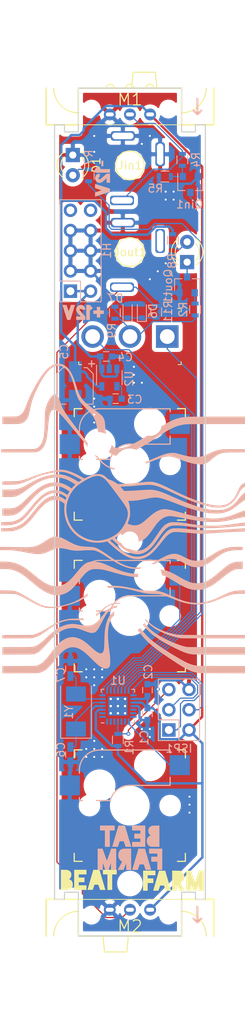
<source format=kicad_pcb>
(kicad_pcb (version 20171130) (host pcbnew "(5.1.5-0-10_14)")
  (layers (0 F.Cu signal) (31 B.Cu signal) (36 B.SilkS user) (37 F.SilkS user) (38 B.Mask user) (39 F.Mask user) (44 Edge.Cuts user))
  (net 0 "")
  (net 1 /OUT_GATE)
  (net 2 /OUT_TRIGGER)
  (net 3 /IN_SIGNAL)
  (net 4 /BTN_CLR)
  (net 5 GND)
  (net 6 "Net-(D1-Pad2)")
  (net 7 "Net-(D6-Pad1)")
  (net 8 +5V)
  (net 9 /RAW_SIGNAL)
  (net 10 /IN_LED)
  (net 11 /BTN_IN)
  (net 12 "Net-(C3-Pad1)")
  (net 13 +12V)
  (net 14 /BTN_REC)
  (net 15 "Net-(Dout1-Pad2)")
  (net 16 "Net-(Dout1-Pad1)")
  (net 17 /ISP_RST)
  (net 18 /ISP_MOSI)
  (net 19 /ISP_SCK)
  (net 20 /ISP_MISO)
  (net 21 /OUTPUT)
  (net 22 "Net-(Qin1-Pad1)")
  (net 23 "Net-(Qout1-Pad1)")
  (net 24 /RAW_OUTPUT)
  (net 25 "Net-(U1-Pad27)")
  (net 26 "Net-(U1-Pad26)")
  (net 27 "Net-(U1-Pad24)")
  (net 28 "Net-(U1-Pad23)")
  (net 29 "Net-(U1-Pad21)")
  (net 30 "Net-(U1-Pad20)")
  (net 31 "Net-(U1-Pad19)")
  (net 32 "Net-(C6-Pad2)")
  (net 33 "Net-(C7-Pad2)")
  (net 34 "Net-(H1-Pad9)")
  (net 35 "Net-(H1-Pad10)")
  (net 36 "Net-(U1-Pad2)")
  (net 37 "Net-(U1-Pad1)")
  (net 38 "Net-(U1-Pad28)")
  (module chillpizza:schurter_3.5mm_mono_audio (layer F.Cu) (at 109.5 70.6 180)
    (fp_text reference Jout1 (at 0 0) (layer F.SilkS))
    (fp_text value Thonk hide)
    (pad T thru_hole roundrect (at 1 -4.4 180) (size 3 1.2) (drill oval 2.7 0.8) (layers *.Cu *.Mask))
    (pad TN thru_hole roundrect (at -3.8 1.4 270) (size 3 1.2) (drill oval 2.7 0.8) (layers *.Cu *.Mask))
    (pad S thru_hole roundrect (at 0.9 3.7 180) (size 3 1.2) (drill oval 2.7 0.8) (layers *.Cu *.Mask))
    (pad 3 thru_hole roundrect (at 1 -4.4 180) (size 3 1.2) (drill oval 2.7 0.8) (layers *.Cu *.Mask))
    (pad 2 thru_hole roundrect (at -3.8 1.4 270) (size 3 1.2) (drill oval 2.7 0.8) (layers *.Cu *.Mask))
    (pad 1 thru_hole roundrect (at 0.9 3.7 180) (size 3 1.2) (drill oval 2.7 0.8) (layers *.Cu *.Mask))
  )
  (module chillpizza:schurter_3.5mm_mono_audio (layer F.Cu) (at 109.5 59.7 180)
    (fp_text reference Jin1 (at 0 0) (layer F.SilkS))
    (fp_text value Thonk hide)
    (pad T thru_hole roundrect (at 1 -4.4 180) (size 3 1.2) (drill oval 2.7 0.8) (layers *.Cu *.Mask))
    (pad TN thru_hole roundrect (at -3.8 1.4 270) (size 3 1.2) (drill oval 2.7 0.8) (layers *.Cu *.Mask))
    (pad S thru_hole roundrect (at 0.9 3.7 180) (size 3 1.2) (drill oval 2.7 0.8) (layers *.Cu *.Mask))
    (pad 3 thru_hole roundrect (at 1 -4.4 180) (size 3 1.2) (drill oval 2.7 0.8) (layers *.Cu *.Mask))
    (pad 2 thru_hole roundrect (at -3.8 1.4 270) (size 3 1.2) (drill oval 2.7 0.8) (layers *.Cu *.Mask))
    (pad 1 thru_hole roundrect (at 0.9 3.7 180) (size 3 1.2) (drill oval 2.7 0.8) (layers *.Cu *.Mask))
  )
  (module "chillpizza:beat farm vertical whole" (layer B.Cu) (at 109.5 145.4 180)
    (fp_text reference G*** hide)
    (fp_text value LOGO hide)
  )
  (module "chillpizza:beat farm m2 split horizontal" (layer F.Cu) (at 109.8 149.5)
    (fp_text reference G*** hide)
    (fp_text value LOGO hide)
  )
  (module "chillpizza:10-pin euro power label" (layer B.Cu) (at 104 69.1 180)
    (fp_text reference G*** hide)
    (fp_text value LOGO hide)
  )
  (module chillpizza:Kailh_socket_MX (layer F.Cu) (at 109.48 116.3075)
    (fp_text reference brec1 hide)
    (fp_text value SW_SPST)
    (pad 2 smd rect (at -7.56 -2.54) (size 2.55 2.5) (layers B.Cu B.Paste B.Mask) (net 5 GND))
    (pad "" np_thru_hole circle (at -5.08 0) (size 1.7018 1.7018) (drill 1.7018) (layers *.Cu *.Mask))
    (pad "" np_thru_hole circle (at 5.08 0) (size 1.7018 1.7018) (drill 1.7018) (layers *.Cu *.Mask))
    (pad "" np_thru_hole circle (at 0 0) (size 3.9878 3.9878) (drill 3.9878) (layers *.Cu *.Mask))
    (pad "" np_thru_hole circle (at -3.81 -2.54) (size 3 3) (drill 3) (layers *.Cu *.Mask))
    (pad "" np_thru_hole circle (at 2.54 -5.08) (size 3 3) (drill 3) (layers *.Cu *.Mask))
    (pad 1 smd rect (at 6.29 -5.08) (size 2.55 2.5) (layers B.Cu B.Paste B.Mask) (net 14 /BTN_REC))
  )
  (module chillpizza:Kailh_socket_MX_1.5v (layer F.Cu) (at 109.48 140.12)
    (fp_text reference bin1 hide)
    (fp_text value SW_SPST)
    (pad 2 smd rect (at -7.56 -2.54) (size 2.55 2.5) (layers B.Cu B.Paste B.Mask) (net 5 GND))
    (pad "" np_thru_hole circle (at -5.08 0) (size 1.7018 1.7018) (drill 1.7018) (layers *.Cu *.Mask))
    (pad "" np_thru_hole circle (at 5.08 0) (size 1.7018 1.7018) (drill 1.7018) (layers *.Cu *.Mask))
    (pad "" np_thru_hole circle (at 0 0) (size 3.9878 3.9878) (drill 3.9878) (layers *.Cu *.Mask))
    (pad "" np_thru_hole circle (at -3.81 -2.54) (size 3 3) (drill 3) (layers *.Cu *.Mask))
    (pad "" np_thru_hole circle (at 2.54 -5.08) (size 3 3) (drill 3) (layers *.Cu *.Mask))
    (pad 1 smd rect (at 6.29 -5.08) (size 2.55 2.5) (layers B.Cu B.Paste B.Mask) (net 11 /BTN_IN))
  )
  (module chillpizza:Kailh_socket_MX (layer F.Cu) (at 109.48 97.2575)
    (fp_text reference bclr1 hide)
    (fp_text value SW_SPST)
    (pad 2 smd rect (at -7.56 -2.54) (size 2.55 2.5) (layers B.Cu B.Paste B.Mask) (net 5 GND))
    (pad "" np_thru_hole circle (at -5.08 0) (size 1.7018 1.7018) (drill 1.7018) (layers *.Cu *.Mask))
    (pad "" np_thru_hole circle (at 5.08 0) (size 1.7018 1.7018) (drill 1.7018) (layers *.Cu *.Mask))
    (pad "" np_thru_hole circle (at 0 0) (size 3.9878 3.9878) (drill 3.9878) (layers *.Cu *.Mask))
    (pad "" np_thru_hole circle (at -3.81 -2.54) (size 3 3) (drill 3) (layers *.Cu *.Mask))
    (pad "" np_thru_hole circle (at 2.54 -5.08) (size 3 3) (drill 3) (layers *.Cu *.Mask))
    (pad 1 smd rect (at 6.29 -5.08) (size 2.55 2.5) (layers B.Cu B.Paste B.Mask) (net 4 /BTN_CLR))
  )
  (module chillpizza:beat_love_sticker (layer B.Cu) (at 108.565 104.046 180)
    (fp_text reference G*** hide)
    (fp_text value LOGO hide)
  )
  (module chillpizza:beat_love_waves (layer B.Cu) (at 108.565 104.046 180)
    (fp_text reference G*** hide)
    (fp_text value LOGO hide)
  )
  (module MountingHole:MountingHole_2.2mm_M2 (layer F.Cu) (at 109.48 106.78)
    (fp_text reference REF** hide)
    (fp_text value MountingHole_2.2mm_M2)
    (pad 1 np_thru_hole circle (at 0 0) (size 2.2 2.2) (drill 2.2) (layers *.Cu *.Mask))
  )
  (module MountingHole:MountingHole_2.2mm_M2 (layer F.Cu) (at 109.5 149.91)
    (fp_text reference REF** hide)
    (fp_text value MountingHole_2.2mm_M2)
    (pad 1 np_thru_hole circle (at 0 0) (size 2.2 2.2) (drill 2.2) (layers *.Cu *.Mask))
  )
  (module Capacitors_SMD:C_0603 (layer B.Cu) (at 111.7 128.62 90)
    (fp_text reference C1 (at -2.98 -0.4 270) (layer B.SilkS) (effects (justify mirror)))
    (fp_text value 10μF)
    (pad 2 smd rect (at 0.75 0 90) (size 0.8 0.75) (layers B.Cu B.Paste B.Mask) (net 8 +5V))
    (pad 1 smd rect (at -0.75 0 90) (size 0.8 0.75) (layers B.Cu B.Paste B.Mask) (net 5 GND))
  )
  (module Capacitors_SMD:C_0603 (layer B.Cu) (at 111.7 125.62 270)
    (fp_text reference C2 (at -2.3 -0.1 270) (layer B.SilkS) (effects (justify mirror)))
    (fp_text value 0.1μF)
    (pad 1 smd rect (at -0.75 0 270) (size 0.8 0.75) (layers B.Cu B.Paste B.Mask) (net 5 GND))
    (pad 2 smd rect (at 0.75 0 270) (size 0.8 0.75) (layers B.Cu B.Paste B.Mask) (net 8 +5V))
  )
  (module Capacitors_SMD:C_0603 (layer B.Cu) (at 107.7 89 180)
    (fp_text reference C3 (at -2.4 -0.1) (layer B.SilkS) (effects (justify mirror)))
    (fp_text value 470pF)
    (pad 1 smd rect (at -0.75 0 180) (size 0.8 0.75) (layers B.Cu B.Paste B.Mask) (net 12 "Net-(C3-Pad1)"))
    (pad 2 smd rect (at 0.75 0 180) (size 0.8 0.75) (layers B.Cu B.Paste B.Mask) (net 5 GND))
  )
  (module Capacitors_SMD:C_0603 (layer B.Cu) (at 106.5 83.7)
    (fp_text reference C4 (at 2.4 0.1) (layer B.SilkS) (effects (justify mirror)))
    (fp_text value 1μF)
    (pad 2 smd rect (at 0.75 0) (size 0.8 0.75) (layers B.Cu B.Paste B.Mask) (net 5 GND))
    (pad 1 smd rect (at -0.75 0) (size 0.8 0.75) (layers B.Cu B.Paste B.Mask) (net 13 +12V))
  )
  (module Capacitors_SMD:CP_Elec_4x4.5 (layer B.Cu) (at 102.6 87.4 270)
    (fp_text reference C5 (at -4.3 1.4 90) (layer B.SilkS) (effects (justify mirror)))
    (fp_text value 2.2μF)
    (fp_text user + (at -2.78 -1.99 90) (layer B.SilkS) (effects (justify mirror)))
    (pad 2 smd rect (at 1.8 0 90) (size 2.6 1.6) (layers B.Cu B.Paste B.Mask) (net 5 GND))
    (pad 1 smd rect (at -1.8 0 90) (size 2.6 1.6) (layers B.Cu B.Paste B.Mask) (net 8 +5V))
  )
  (module Capacitors_SMD:C_0603_HandSoldering (layer B.Cu) (at 102 133.7 90)
    (fp_text reference C6 (at 0.6 -1.2 90) (layer B.SilkS) (effects (justify mirror)))
    (fp_text value 30pF)
    (pad 2 smd rect (at 0.95 0 90) (size 1.2 0.75) (layers B.Cu B.Paste B.Mask) (net 32 "Net-(C6-Pad2)"))
    (pad 1 smd rect (at -0.95 0 90) (size 1.2 0.75) (layers B.Cu B.Paste B.Mask) (net 5 GND))
  )
  (module Capacitors_SMD:C_0603_HandSoldering (layer B.Cu) (at 102 122.9 270)
    (fp_text reference C7 (at 0.8 1.2 270) (layer B.SilkS) (effects (justify mirror)))
    (fp_text value 30pF)
    (pad 1 smd rect (at -0.95 0 270) (size 1.2 0.75) (layers B.Cu B.Paste B.Mask) (net 5 GND))
    (pad 2 smd rect (at 0.95 0 270) (size 1.2 0.75) (layers B.Cu B.Paste B.Mask) (net 33 "Net-(C7-Pad2)"))
  )
  (module LEDs:LED_D3.0mm_FlatTop (layer F.Cu) (at 102.3 58.4 270)
    (fp_text reference D1 (at 1.27 -2.96 90) (layer F.SilkS))
    (fp_text value LED)
    (pad 1 thru_hole rect (at 0 0 270) (size 1.8 1.8) (drill 0.9) (layers *.Cu *.Mask) (net 5 GND))
    (pad 2 thru_hole circle (at 2.54 0 270) (size 1.8 1.8) (drill 0.9) (layers *.Cu *.Mask) (net 6 "Net-(D1-Pad2)"))
  )
  (module Diodes_SMD:D_0603 (layer B.Cu) (at 109.2 78 90)
    (fp_text reference D7 (at 1.6 -1.5 180) (layer B.SilkS) (effects (justify mirror)))
    (fp_text value D_Schottky)
    (pad 1 smd rect (at -0.85 0 90) (size 0.6 0.8) (layers B.Cu B.Paste B.Mask) (net 7 "Net-(D6-Pad1)"))
    (pad 2 smd rect (at 0.85 0 90) (size 0.6 0.8) (layers B.Cu B.Paste B.Mask) (net 5 GND))
  )
  (module LEDs:LED_D3.0mm_FlatTop (layer F.Cu) (at 116.7 71.85 90)
    (fp_text reference Dout1 hide)
    (fp_text value LED)
    (pad 2 thru_hole circle (at 2.54 0 90) (size 1.8 1.8) (drill 0.9) (layers *.Cu *.Mask) (net 15 "Net-(Dout1-Pad2)"))
    (pad 1 thru_hole rect (at 0 0 90) (size 1.8 1.8) (drill 0.9) (layers *.Cu *.Mask) (net 16 "Net-(Dout1-Pad1)"))
  )
  (module Pin_Headers:Pin_Header_Straight_2x03_Pitch2.54mm (layer B.Cu) (at 114.4 130.62)
    (fp_text reference ISP1 (at 1.27 2.33) (layer B.SilkS) (effects (justify mirror)))
    (fp_text value AVR-ISP-6)
    (pad 6 thru_hole oval (at 2.54 -5.08) (size 1.7 1.7) (drill 1) (layers *.Cu *.Mask) (net 5 GND))
    (pad 5 thru_hole oval (at 0 -5.08) (size 1.7 1.7) (drill 1) (layers *.Cu *.Mask) (net 17 /ISP_RST))
    (pad 4 thru_hole oval (at 2.54 -2.54) (size 1.7 1.7) (drill 1) (layers *.Cu *.Mask) (net 18 /ISP_MOSI))
    (pad 3 thru_hole oval (at 0 -2.54) (size 1.7 1.7) (drill 1) (layers *.Cu *.Mask) (net 19 /ISP_SCK))
    (pad 2 thru_hole oval (at 2.54 0) (size 1.7 1.7) (drill 1) (layers *.Cu *.Mask) (net 8 +5V))
    (pad 1 thru_hole rect (at 0 0) (size 1.7 1.7) (drill 1) (layers *.Cu *.Mask) (net 20 /ISP_MISO))
  )
  (module TO_SOT_Packages_SMD:SOT-23 (layer B.Cu) (at 117.1 62.1 270)
    (fp_text reference Qin1 (at 2.5 0.1 180) (layer B.SilkS) (effects (justify mirror)))
    (fp_text value MMBT3904)
    (pad 1 smd rect (at -1 0.95 270) (size 0.9 0.8) (layers B.Cu B.Paste B.Mask) (net 22 "Net-(Qin1-Pad1)"))
    (pad 2 smd rect (at -1 -0.95 270) (size 0.9 0.8) (layers B.Cu B.Paste B.Mask) (net 5 GND))
    (pad 3 smd rect (at 1 0 270) (size 0.9 0.8) (layers B.Cu B.Paste B.Mask) (net 3 /IN_SIGNAL))
  )
  (module TO_SOT_Packages_SMD:SOT-23 (layer B.Cu) (at 116.7 74.7 90)
    (fp_text reference Qout1 (at -0.2 -2.4 270) (layer B.SilkS) (effects (justify mirror)))
    (fp_text value MMBT3904)
    (pad 3 smd rect (at 1 0 90) (size 0.9 0.8) (layers B.Cu B.Paste B.Mask) (net 16 "Net-(Dout1-Pad1)"))
    (pad 2 smd rect (at -1 -0.95 90) (size 0.9 0.8) (layers B.Cu B.Paste B.Mask) (net 5 GND))
    (pad 1 smd rect (at -1 0.95 90) (size 0.9 0.8) (layers B.Cu B.Paste B.Mask) (net 23 "Net-(Qout1-Pad1)"))
  )
  (module Resistors_SMD:R_0603 (layer B.Cu) (at 107.98 131.87 90)
    (fp_text reference R1 (at -0.95 1.45 270) (layer B.SilkS) (effects (justify mirror)))
    (fp_text value 10kΩ)
    (pad 1 smd rect (at -0.75 0 90) (size 0.5 0.9) (layers B.Cu B.Paste B.Mask) (net 8 +5V))
    (pad 2 smd rect (at 0.75 0 90) (size 0.5 0.9) (layers B.Cu B.Paste B.Mask) (net 17 /ISP_RST))
  )
  (module Resistors_SMD:R_0603 (layer B.Cu) (at 117.7 77.8 90)
    (fp_text reference R2 (at 0 -1.5 90) (layer B.SilkS) (effects (justify mirror)))
    (fp_text value 100k)
    (pad 2 smd rect (at 0.75 0 90) (size 0.5 0.9) (layers B.Cu B.Paste B.Mask) (net 23 "Net-(Qout1-Pad1)"))
    (pad 1 smd rect (at -0.75 0 90) (size 0.5 0.9) (layers B.Cu B.Paste B.Mask) (net 24 /RAW_OUTPUT))
  )
  (module Resistors_SMD:R_0603 (layer B.Cu) (at 116.1 59 90)
    (fp_text reference R4 (at 0 1.7 90) (layer B.SilkS) (effects (justify mirror)))
    (fp_text value 100k)
    (pad 2 smd rect (at 0.75 0 90) (size 0.5 0.9) (layers B.Cu B.Paste B.Mask) (net 9 /RAW_SIGNAL))
    (pad 1 smd rect (at -0.75 0 90) (size 0.5 0.9) (layers B.Cu B.Paste B.Mask) (net 22 "Net-(Qin1-Pad1)"))
  )
  (module Resistors_SMD:R_0603 (layer B.Cu) (at 113.9 61.1)
    (fp_text reference R5 (at -1.2 1.5 180) (layer B.SilkS) (effects (justify mirror)))
    (fp_text value 1M)
    (pad 1 smd rect (at -0.75 0) (size 0.5 0.9) (layers B.Cu B.Paste B.Mask) (net 5 GND))
    (pad 2 smd rect (at 0.75 0) (size 0.5 0.9) (layers B.Cu B.Paste B.Mask) (net 22 "Net-(Qin1-Pad1)"))
  )
  (module Resistors_SMD:R_0603 (layer B.Cu) (at 104.3 60.95 90)
    (fp_text reference R7 (at 2.25 0 90) (layer B.SilkS) (effects (justify mirror)))
    (fp_text value 1k)
    (pad 1 smd rect (at -0.75 0 90) (size 0.5 0.9) (layers B.Cu B.Paste B.Mask) (net 10 /IN_LED))
    (pad 2 smd rect (at 0.75 0 90) (size 0.5 0.9) (layers B.Cu B.Paste B.Mask) (net 6 "Net-(D1-Pad2)"))
  )
  (module Resistors_SMD:R_0603 (layer B.Cu) (at 114.9 69.1 270)
    (fp_text reference R8 (at 2.6 0.1 90) (layer B.SilkS) (effects (justify mirror)))
    (fp_text value 1k)
    (pad 2 smd rect (at 0.75 0 270) (size 0.5 0.9) (layers B.Cu B.Paste B.Mask) (net 15 "Net-(Dout1-Pad2)"))
    (pad 1 smd rect (at -0.75 0 270) (size 0.5 0.9) (layers B.Cu B.Paste B.Mask) (net 8 +5V))
  )
  (module Resistors_SMD:R_0603 (layer B.Cu) (at 107.6 78.2 270)
    (fp_text reference R9 (at 2.25 0.4 90) (layer B.SilkS) (effects (justify mirror)))
    (fp_text value 1k)
    (pad 2 smd rect (at 0.75 0 270) (size 0.5 0.9) (layers B.Cu B.Paste B.Mask) (net 24 /RAW_OUTPUT))
    (pad 1 smd rect (at -0.75 0 270) (size 0.5 0.9) (layers B.Cu B.Paste B.Mask) (net 7 "Net-(D6-Pad1)"))
  )
  (module Resistors_SMD:R_0603 (layer B.Cu) (at 112.8 78.1 270)
    (fp_text reference R11 (at 0 -1.5 270) (layer B.SilkS) (effects (justify mirror)))
    (fp_text value 1k)
    (pad 1 smd rect (at -0.75 0 270) (size 0.5 0.9) (layers B.Cu B.Paste B.Mask) (net 21 /OUTPUT))
    (pad 2 smd rect (at 0.75 0 270) (size 0.5 0.9) (layers B.Cu B.Paste B.Mask) (net 7 "Net-(D6-Pad1)"))
  )
  (module Package_DFN_QFN:VQFN-28-1EP_4x4mm_P0.45mm_EP2.4x2.4mm_ThermalVias (layer B.Cu) (at 107.98 127.62)
    (fp_text reference U1 (at 0 -3.2) (layer B.SilkS) (effects (justify mirror)))
    (fp_text value ATmega328-MMH)
    (pad 1 smd roundrect (at -1.95 1.35) (size 0.8 0.25) (layers B.Cu B.Paste B.Mask) (net 37 "Net-(U1-Pad1)"))
    (pad 2 smd roundrect (at -1.95 0.9) (size 0.8 0.25) (layers B.Cu B.Paste B.Mask) (net 36 "Net-(U1-Pad2)"))
    (pad 3 smd roundrect (at -1.95 0.45) (size 0.8 0.25) (layers B.Cu B.Paste B.Mask) (net 8 +5V))
    (pad 4 smd roundrect (at -1.95 0) (size 0.8 0.25) (layers B.Cu B.Paste B.Mask) (net 5 GND))
    (pad 5 smd roundrect (at -1.95 -0.45) (size 0.8 0.25) (layers B.Cu B.Paste B.Mask) (net 32 "Net-(C6-Pad2)"))
    (pad 6 smd roundrect (at -1.95 -0.9) (size 0.8 0.25) (layers B.Cu B.Paste B.Mask) (net 33 "Net-(C7-Pad2)"))
    (pad 7 smd roundrect (at -1.95 -1.35) (size 0.8 0.25) (layers B.Cu B.Paste B.Mask) (net 14 /BTN_REC))
    (pad 8 smd roundrect (at -1.35 -1.95) (size 0.25 0.8) (layers B.Cu B.Paste B.Mask) (net 4 /BTN_CLR))
    (pad 9 smd roundrect (at -0.9 -1.95) (size 0.25 0.8) (layers B.Cu B.Paste B.Mask) (net 2 /OUT_TRIGGER))
    (pad 10 smd roundrect (at -0.45 -1.95) (size 0.25 0.8) (layers B.Cu B.Paste B.Mask) (net 1 /OUT_GATE))
    (pad 11 smd roundrect (at 0 -1.95) (size 0.25 0.8) (layers B.Cu B.Paste B.Mask) (net 10 /IN_LED))
    (pad 12 smd roundrect (at 0.45 -1.95) (size 0.25 0.8) (layers B.Cu B.Paste B.Mask) (net 3 /IN_SIGNAL))
    (pad 13 smd roundrect (at 0.9 -1.95) (size 0.25 0.8) (layers B.Cu B.Paste B.Mask) (net 18 /ISP_MOSI))
    (pad 14 smd roundrect (at 1.35 -1.95) (size 0.25 0.8) (layers B.Cu B.Paste B.Mask) (net 20 /ISP_MISO))
    (pad 15 smd roundrect (at 1.95 -1.35) (size 0.8 0.25) (layers B.Cu B.Paste B.Mask) (net 19 /ISP_SCK))
    (pad 16 smd roundrect (at 1.95 -0.9) (size 0.8 0.25) (layers B.Cu B.Paste B.Mask) (net 8 +5V))
    (pad 17 smd roundrect (at 1.95 -0.45) (size 0.8 0.25) (layers B.Cu B.Paste B.Mask) (net 8 +5V))
    (pad 18 smd roundrect (at 1.95 0) (size 0.8 0.25) (layers B.Cu B.Paste B.Mask) (net 5 GND))
    (pad 19 smd roundrect (at 1.95 0.45) (size 0.8 0.25) (layers B.Cu B.Paste B.Mask) (net 31 "Net-(U1-Pad19)"))
    (pad 20 smd roundrect (at 1.95 0.9) (size 0.8 0.25) (layers B.Cu B.Paste B.Mask) (net 30 "Net-(U1-Pad20)"))
    (pad 21 smd roundrect (at 1.95 1.35) (size 0.8 0.25) (layers B.Cu B.Paste B.Mask) (net 29 "Net-(U1-Pad21)"))
    (pad 22 smd roundrect (at 1.35 1.95) (size 0.25 0.8) (layers B.Cu B.Paste B.Mask) (net 11 /BTN_IN))
    (pad 23 smd roundrect (at 0.9 1.95) (size 0.25 0.8) (layers B.Cu B.Paste B.Mask) (net 28 "Net-(U1-Pad23)"))
    (pad 24 smd roundrect (at 0.45 1.95) (size 0.25 0.8) (layers B.Cu B.Paste B.Mask) (net 27 "Net-(U1-Pad24)"))
    (pad 25 smd roundrect (at 0 1.95) (size 0.25 0.8) (layers B.Cu B.Paste B.Mask) (net 17 /ISP_RST))
    (pad 26 smd roundrect (at -0.45 1.95) (size 0.25 0.8) (layers B.Cu B.Paste B.Mask) (net 26 "Net-(U1-Pad26)"))
    (pad 27 smd roundrect (at -0.9 1.95) (size 0.25 0.8) (layers B.Cu B.Paste B.Mask) (net 25 "Net-(U1-Pad27)"))
    (pad 28 smd roundrect (at -1.35 1.95) (size 0.25 0.8) (layers B.Cu B.Paste B.Mask) (net 38 "Net-(U1-Pad28)"))
    (pad 29 smd rect (at 0 0) (size 2.4 2.4) (layers B.Cu B.Mask) (net 5 GND))
    (pad 29 thru_hole circle (at -0.9 0.9) (size 0.6 0.6) (drill 0.3) (layers *.Cu) (net 5 GND))
    (pad 29 thru_hole circle (at 0 0.9) (size 0.6 0.6) (drill 0.3) (layers *.Cu) (net 5 GND))
    (pad 29 thru_hole circle (at 0.9 0.9) (size 0.6 0.6) (drill 0.3) (layers *.Cu) (net 5 GND))
    (pad 29 thru_hole circle (at -0.9 0) (size 0.6 0.6) (drill 0.3) (layers *.Cu) (net 5 GND))
    (pad 29 thru_hole circle (at 0 0) (size 0.6 0.6) (drill 0.3) (layers *.Cu) (net 5 GND))
    (pad 29 thru_hole circle (at 0.9 0) (size 0.6 0.6) (drill 0.3) (layers *.Cu) (net 5 GND))
    (pad 29 thru_hole circle (at -0.9 -0.9) (size 0.6 0.6) (drill 0.3) (layers *.Cu) (net 5 GND))
    (pad 29 thru_hole circle (at 0 -0.9) (size 0.6 0.6) (drill 0.3) (layers *.Cu) (net 5 GND))
    (pad 29 thru_hole circle (at 0.9 -0.9) (size 0.6 0.6) (drill 0.3) (layers *.Cu) (net 5 GND))
    (pad 29 smd rect (at 0 0) (size 2.4 2.4) (layers F.Cu) (net 5 GND))
  )
  (module TO_SOT_Packages_SMD:SOT-23-5 (layer B.Cu) (at 106.9 86.35 270)
    (fp_text reference U2 (at 0.15 -2.5 90) (layer B.SilkS) (effects (justify mirror)))
    (fp_text value MIC5219-5.0YM5)
    (pad 5 smd rect (at 1.1 0.95 270) (size 1.06 0.65) (layers B.Cu B.Paste B.Mask) (net 8 +5V))
    (pad 4 smd rect (at 1.1 -0.95 270) (size 1.06 0.65) (layers B.Cu B.Paste B.Mask) (net 12 "Net-(C3-Pad1)"))
    (pad 3 smd rect (at -1.1 -0.95 270) (size 1.06 0.65) (layers B.Cu B.Paste B.Mask) (net 13 +12V))
    (pad 2 smd rect (at -1.1 0 270) (size 1.06 0.65) (layers B.Cu B.Paste B.Mask) (net 5 GND))
    (pad 1 smd rect (at -1.1 0.95 270) (size 1.06 0.65) (layers B.Cu B.Paste B.Mask) (net 13 +12V))
  )
  (module Crystals:Crystal_SMD_0603-2pin_6.0x3.5mm (layer B.Cu) (at 102.7 128.3 90)
    (fp_text reference Y1 (at -0.1 -0.9 90) (layer B.SilkS) (effects (justify mirror)))
    (fp_text value 20MHz)
    (pad 2 smd rect (at 2.2 0 90) (size 1.9 2.5) (layers B.Cu B.Paste B.Mask) (net 33 "Net-(C7-Pad2)"))
    (pad 1 smd rect (at -2.2 0 90) (size 1.9 2.5) (layers B.Cu B.Paste B.Mask) (net 32 "Net-(C6-Pad2)"))
  )
  (module chillpizza:LITTLE_BITS_MALE (layer F.Cu) (at 109.5 50 180)
    (fp_text reference M1 (at 0 -1.4) (layer F.SilkS) (effects (font (size 1.524 1.524))))
    (fp_text value LITTLEBITS_MALE hide)
    (pad SIG thru_hole circle (at 0 -3.3 180) (size 1.5 1.5) (drill oval 1 0.5) (layers *.Cu *.Mask) (net 9 /RAW_SIGNAL))
    (pad V- thru_hole circle (at 2.54 -3.3 180) (size 1.5 1.5) (drill oval 1 0.5) (layers *.Cu *.Mask) (net 5 GND))
    (pad V+ thru_hole circle (at -2.54 -3.3 180) (size 1.5 1.5) (drill oval 1 0.5) (layers *.Cu *.Mask) (net 8 +5V))
    (pad "" np_thru_hole circle (at 4.85 -2.625 180) (size 1.35 1.35) (drill 1.35) (layers *.Cu *.Mask))
    (pad "" np_thru_hole circle (at -4.85 -2.625 180) (size 1.35 1.35) (drill 1.35) (layers *.Cu *.Mask))
  )
  (module chillpizza:LITTLE_BITS_FEMALE (layer F.Cu) (at 109.5 156.5)
    (fp_text reference M2 (at 0 -1.2) (layer F.SilkS) (effects (font (size 1.524 1.524))))
    (fp_text value LITTLEBITS_FEMALE hide)
    (pad SIG thru_hole circle (at 0 -3.3) (size 1.5 1.5) (drill oval 1 0.5) (layers *.Cu *.Mask) (net 21 /OUTPUT))
    (pad V+ thru_hole circle (at 2.54 -3.3) (size 1.5 1.5) (drill oval 1 0.5) (layers *.Cu *.Mask) (net 8 +5V))
    (pad V- thru_hole circle (at -2.54 -3.3) (size 1.5 1.5) (drill oval 1 0.5) (layers *.Cu *.Mask) (net 5 GND))
    (pad "" np_thru_hole circle (at 4.85 -2.625) (size 1.35 1.35) (drill 1.35) (layers *.Cu *.Mask))
    (pad "" np_thru_hole circle (at -4.85 -2.625) (size 1.35 1.35) (drill 1.35) (layers *.Cu *.Mask))
  )
  (module digikey-footprints:Toggle_Switch_100SP1T1B4M2QE (layer F.Cu) (at 114.2 81.2 180)
    (fp_text reference SELout1 hide)
    (fp_text value SW_SPDT)
    (pad 1 thru_hole rect (at 0 0 180) (size 2.85 2.85) (drill 1.85) (layers *.Cu *.Mask) (net 1 /OUT_GATE))
    (pad 2 thru_hole circle (at 4.7 0 180) (size 2.85 2.85) (drill 1.85) (layers *.Cu *.Mask) (net 24 /RAW_OUTPUT))
    (pad 3 thru_hole circle (at 9.4 0 180) (size 2.85 2.85) (drill 1.85) (layers *.Cu *.Mask) (net 2 /OUT_TRIGGER))
  )
  (module Connector_PinHeader_2.54mm:PinHeader_2x05_P2.54mm_Vertical (layer B.Cu) (at 102 75.5)
    (fp_text reference H1 (at 4.6 -5.1 90) (layer B.SilkS) (effects (justify mirror)))
    (fp_text value EURO_PWR_2x5)
    (pad 1 thru_hole rect (at 0 0) (size 1.7 1.7) (drill 1) (layers *.Cu *.Mask) (net 13 +12V))
    (pad 2 thru_hole oval (at 2.54 0) (size 1.7 1.7) (drill 1) (layers *.Cu *.Mask) (net 13 +12V))
    (pad 3 thru_hole oval (at 0 -2.54) (size 1.7 1.7) (drill 1) (layers *.Cu *.Mask) (net 5 GND))
    (pad 4 thru_hole oval (at 2.54 -2.54) (size 1.7 1.7) (drill 1) (layers *.Cu *.Mask) (net 5 GND))
    (pad 5 thru_hole oval (at 0 -5.08) (size 1.7 1.7) (drill 1) (layers *.Cu *.Mask) (net 5 GND))
    (pad 6 thru_hole oval (at 2.54 -5.08) (size 1.7 1.7) (drill 1) (layers *.Cu *.Mask) (net 5 GND))
    (pad 7 thru_hole oval (at 0 -7.62) (size 1.7 1.7) (drill 1) (layers *.Cu *.Mask) (net 5 GND))
    (pad 8 thru_hole oval (at 2.54 -7.62) (size 1.7 1.7) (drill 1) (layers *.Cu *.Mask) (net 5 GND))
    (pad 9 thru_hole oval (at 0 -10.16) (size 1.7 1.7) (drill 1) (layers *.Cu *.Mask) (net 34 "Net-(H1-Pad9)"))
    (pad 10 thru_hole oval (at 2.54 -10.16) (size 1.7 1.7) (drill 1) (layers *.Cu *.Mask) (net 35 "Net-(H1-Pad10)"))
  )
  (module Diodes_SMD:D_0603 (layer B.Cu) (at 111 78 90)
    (fp_text reference D6 (at 0 1.4 90) (layer B.SilkS) (effects (justify mirror)))
    (fp_text value D_Zener)
    (pad 2 smd rect (at 0.85 0 90) (size 0.6 0.8) (layers B.Cu B.Paste B.Mask) (net 5 GND))
    (pad 1 smd rect (at -0.85 0 90) (size 0.6 0.8) (layers B.Cu B.Paste B.Mask) (net 7 "Net-(D6-Pad1)"))
  )
  (gr_poly (pts (xy 110 128.6) (xy 109.7 129.3) (xy 109.2 129.5) (xy 106 129.5) (xy 106 125.6) (xy 110 125.6)) (layer F.Cu) (width 0.1))
  (gr_line (start 117.75 151) (end 117.75 151.9) (layer Edge.Cuts) (width 0.15))
  (gr_line (start 116 151) (end 117.75 151) (layer Edge.Cuts) (width 0.15))
  (gr_line (start 116 151.9) (end 116 151) (layer Edge.Cuts) (width 0.15))
  (gr_line (start 101.25 151) (end 101.25 151.9) (layer Edge.Cuts) (width 0.15))
  (gr_line (start 103 151) (end 101.25 151) (layer Edge.Cuts) (width 0.15))
  (gr_line (start 103 151.9) (end 103 151) (layer Edge.Cuts) (width 0.15))
  (gr_line (start 117.75 55.5) (end 117.75 54.6) (layer Edge.Cuts) (width 0.15))
  (gr_line (start 116 55.5) (end 117.75 55.5) (layer Edge.Cuts) (width 0.15))
  (gr_line (start 116 54.6) (end 116 55.5) (layer Edge.Cuts) (width 0.15))
  (gr_line (start 101.25 55.5) (end 101.25 54.6) (layer Edge.Cuts) (width 0.15))
  (gr_line (start 103 55.5) (end 101.25 55.5) (layer Edge.Cuts) (width 0.15))
  (gr_line (start 103 54.6) (end 103 55.5) (layer Edge.Cuts) (width 0.15))
  (gr_line (start 103 151.9) (end 103 156.5) (layer Edge.Cuts) (width 0.15))
  (gr_line (start 100 151.9) (end 101.25 151.9) (layer Edge.Cuts) (width 0.15))
  (gr_line (start 116 151.9) (end 116 156.5) (layer Edge.Cuts) (width 0.15))
  (gr_line (start 119 151.9) (end 117.75 151.9) (layer Edge.Cuts) (width 0.15))
  (gr_line (start 101.25 54.6) (end 100 54.6) (layer Edge.Cuts) (width 0.15))
  (gr_line (start 103 50) (end 103 54.6) (layer Edge.Cuts) (width 0.15))
  (gr_line (start 116 54.6) (end 116 50) (layer Edge.Cuts) (width 0.15))
  (gr_line (start 119 54.6) (end 117.75 54.6) (layer Edge.Cuts) (width 0.15))
  (gr_line (start 100 151.9) (end 100 54.6) (layer Edge.Cuts) (width 0.15))
  (gr_line (start 116 156.5) (end 103 156.5) (layer Edge.Cuts) (width 0.15))
  (gr_line (start 119 54.6) (end 119 151.9) (layer Edge.Cuts) (width 0.15))
  (gr_line (start 103 50) (end 116 50) (layer Edge.Cuts) (width 0.15))
  (segment (start 117.883219 86.460619) (end 117.883219 115.875141) (width 0.1524) (layer B.Cu) (net 1))
  (segment (start 114.2 82.7774) (end 117.883219 86.460619) (width 0.1524) (layer B.Cu) (net 1))
  (segment (start 114.2 81.2) (end 114.2 82.7774) (width 0.1524) (layer B.Cu) (net 1))
  (segment (start 117.883219 115.875141) (end 111.273417 122.484943) (width 0.1524) (layer B.Cu) (net 1))
  (segment (start 107.53 125.27) (end 107.53 125.67) (width 0.1524) (layer B.Cu) (net 1))
  (segment (start 110.315056 122.484944) (end 107.53 125.27) (width 0.1524) (layer B.Cu) (net 1))
  (segment (start 111.273417 122.484943) (end 110.315056 122.484944) (width 0.1524) (layer B.Cu) (net 1))
  (segment (start 117.578411 91.049429) (end 117.57841 115.748884) (width 0.1524) (layer B.Cu) (net 2))
  (segment (start 106.453601 82.853601) (end 109.382583 82.853601) (width 0.1524) (layer B.Cu) (net 2))
  (segment (start 109.382583 82.853601) (end 117.578411 91.049429) (width 0.1524) (layer B.Cu) (net 2))
  (segment (start 104.8 81.2) (end 106.453601 82.853601) (width 0.1524) (layer B.Cu) (net 2))
  (segment (start 117.57841 115.748884) (end 111.147159 122.180135) (width 0.1524) (layer B.Cu) (net 2))
  (segment (start 107.08 125.27) (end 107.08 125.67) (width 0.1524) (layer B.Cu) (net 2))
  (segment (start 110.169865 122.180135) (end 107.08 125.27) (width 0.1524) (layer B.Cu) (net 2))
  (segment (start 111.147159 122.180135) (end 110.169865 122.180135) (width 0.1524) (layer B.Cu) (net 2))
  (segment (start 118.683411 65.285811) (end 118.68341 115.937082) (width 0.1524) (layer B.Cu) (net 3))
  (segment (start 117.1 63.7024) (end 118.683411 65.285811) (width 0.1524) (layer B.Cu) (net 3))
  (segment (start 117.1 63.1) (end 117.1 63.7024) (width 0.1524) (layer B.Cu) (net 3))
  (segment (start 118.68341 115.937082) (end 111.525931 123.094561) (width 0.1524) (layer B.Cu) (net 3))
  (segment (start 108.43 125.27) (end 108.43 125.67) (width 0.1524) (layer B.Cu) (net 3))
  (segment (start 110.605438 123.094562) (end 108.43 125.27) (width 0.1524) (layer B.Cu) (net 3))
  (segment (start 111.525931 123.094561) (end 110.605438 123.094562) (width 0.1524) (layer B.Cu) (net 3))
  (segment (start 117.273601 92.253701) (end 117.273601 115.622627) (width 0.1524) (layer B.Cu) (net 4))
  (segment (start 117.1974 92.1775) (end 117.273601 92.253701) (width 0.1524) (layer B.Cu) (net 4))
  (segment (start 115.77 92.1775) (end 117.1974 92.1775) (width 0.1524) (layer B.Cu) (net 4))
  (segment (start 117.273601 115.622627) (end 111.020903 121.875325) (width 0.1524) (layer B.Cu) (net 4))
  (segment (start 110.043608 121.875326) (end 106.7 125.218934) (width 0.1524) (layer B.Cu) (net 4))
  (segment (start 111.020903 121.875325) (end 110.043608 121.875326) (width 0.1524) (layer B.Cu) (net 4))
  (segment (start 106.63 125.67) (end 106.63 125.47) (width 0.1524) (layer B.Cu) (net 4))
  (segment (start 106.7 125.4) (end 106.7 125.218934) (width 0.1524) (layer B.Cu) (net 4))
  (segment (start 106.63 125.47) (end 106.7 125.4) (width 0.1524) (layer B.Cu) (net 4))
  (via (at 113 125.5) (size 0.508) (drill 0.254) (layers F.Cu B.Cu) (net 5))
  (segment (start 106.9 84.05) (end 107.25 83.7) (width 0.3) (layer B.Cu) (net 5))
  (segment (start 106.9 85.25) (end 106.9 84.05) (width 0.3) (layer B.Cu) (net 5))
  (segment (start 112.375 124.87) (end 111.7 124.87) (width 0.3) (layer B.Cu) (net 5))
  (segment (start 112.857401 124.387599) (end 112.375 124.87) (width 0.3) (layer B.Cu) (net 5))
  (segment (start 115.787599 124.387599) (end 112.857401 124.387599) (width 0.3) (layer B.Cu) (net 5))
  (segment (start 116.94 125.54) (end 115.787599 124.387599) (width 0.3) (layer B.Cu) (net 5))
  (segment (start 110.7 127.8) (end 110.52241 127.62241) (width 0.3) (layer B.Cu) (net 5))
  (segment (start 110.7 129.045) (end 110.7 127.8) (width 0.3) (layer B.Cu) (net 5))
  (segment (start 110.52241 127.62241) (end 109.93 127.62241) (width 0.3) (layer B.Cu) (net 5))
  (segment (start 111.025 129.37) (end 110.7 129.045) (width 0.3) (layer B.Cu) (net 5))
  (segment (start 111.7 129.37) (end 111.025 129.37) (width 0.3) (layer B.Cu) (net 5))
  (via (at 111 130.5) (size 0.508) (drill 0.254) (layers F.Cu B.Cu) (net 5))
  (via (at 112 131.5) (size 0.508) (drill 0.254) (layers F.Cu B.Cu) (net 5))
  (via (at 112 130.5) (size 0.508) (drill 0.254) (layers F.Cu B.Cu) (net 5))
  (segment (start 105.129477 127.61759) (end 106.03 127.61759) (width 0.3) (layer B.Cu) (net 5))
  (segment (start 104.6 128.147067) (end 105.129477 127.61759) (width 0.3) (layer B.Cu) (net 5))
  (segment (start 104.6 131.825) (end 104.6 128.147067) (width 0.3) (layer B.Cu) (net 5))
  (segment (start 102 134.425) (end 104.6 131.825) (width 0.3) (layer B.Cu) (net 5))
  (segment (start 102 134.65) (end 102 134.425) (width 0.3) (layer B.Cu) (net 5))
  (segment (start 105.389999 73.809999) (end 104.54 72.96) (width 0.3) (layer B.Cu) (net 5))
  (segment (start 105.389999 74.241937) (end 105.389999 73.809999) (width 0.3) (layer B.Cu) (net 5))
  (segment (start 107.050472 75.90241) (end 105.389999 74.241937) (width 0.3) (layer B.Cu) (net 5))
  (segment (start 107.25241 75.90241) (end 107.050472 75.90241) (width 0.3) (layer B.Cu) (net 5))
  (segment (start 108.5 77.15) (end 107.25241 75.90241) (width 0.3) (layer B.Cu) (net 5))
  (segment (start 109.2 77.15) (end 108.5 77.15) (width 0.3) (layer B.Cu) (net 5))
  (segment (start 100.5 122.775) (end 100.5 133.825) (width 0.3) (layer B.Cu) (net 5))
  (segment (start 100.5 133.825) (end 101.325 134.65) (width 0.3) (layer B.Cu) (net 5))
  (segment (start 101.325 121.95) (end 100.5 122.775) (width 0.3) (layer B.Cu) (net 5))
  (segment (start 101.325 134.65) (end 102 134.65) (width 0.3) (layer B.Cu) (net 5))
  (segment (start 102 121.95) (end 101.325 121.95) (width 0.3) (layer B.Cu) (net 5))
  (via (at 105 125) (size 0.508) (drill 0.254) (layers F.Cu B.Cu) (net 5))
  (via (at 105 124) (size 0.508) (drill 0.254) (layers F.Cu B.Cu) (net 5))
  (via (at 106 124) (size 0.508) (drill 0.254) (layers F.Cu B.Cu) (net 5))
  (via (at 104 124) (size 0.508) (drill 0.254) (layers F.Cu B.Cu) (net 5))
  (via (at 104 123) (size 0.508) (drill 0.254) (layers F.Cu B.Cu) (net 5))
  (via (at 105 123) (size 0.508) (drill 0.254) (layers F.Cu B.Cu) (net 5))
  (via (at 106 123) (size 0.508) (drill 0.254) (layers F.Cu B.Cu) (net 5))
  (via (at 105 132) (size 0.508) (drill 0.254) (layers F.Cu B.Cu) (net 5))
  (via (at 105 133) (size 0.508) (drill 0.254) (layers F.Cu B.Cu) (net 5))
  (via (at 104 133) (size 0.508) (drill 0.254) (layers F.Cu B.Cu) (net 5))
  (via (at 104 134) (size 0.508) (drill 0.254) (layers F.Cu B.Cu) (net 5))
  (via (at 105 134) (size 0.508) (drill 0.254) (layers F.Cu B.Cu) (net 5))
  (via (at 106 134) (size 0.508) (drill 0.254) (layers F.Cu B.Cu) (net 5))
  (via (at 106 133) (size 0.508) (drill 0.254) (layers F.Cu B.Cu) (net 5))
  (via (at 117 139) (size 0.508) (drill 0.254) (layers F.Cu B.Cu) (net 5))
  (via (at 117 140) (size 0.508) (drill 0.254) (layers F.Cu B.Cu) (net 5))
  (via (at 117 141) (size 0.508) (drill 0.254) (layers F.Cu B.Cu) (net 5))
  (via (at 105 56) (size 0.508) (drill 0.254) (layers F.Cu B.Cu) (net 5))
  (via (at 105 58) (size 0.508) (drill 0.254) (layers F.Cu B.Cu) (net 5))
  (via (at 112 56) (size 0.508) (drill 0.254) (layers F.Cu B.Cu) (net 5))
  (via (at 111 57) (size 0.508) (drill 0.254) (layers F.Cu B.Cu) (net 5))
  (segment (start 113.15 61.85) (end 113.15 61.1) (width 0.3) (layer B.Cu) (net 5))
  (segment (start 113.3 62) (end 113.15 61.85) (width 0.3) (layer B.Cu) (net 5))
  (segment (start 117.2 62) (end 113.3 62) (width 0.3) (layer B.Cu) (net 5))
  (segment (start 118.05 61.15) (end 117.2 62) (width 0.3) (layer B.Cu) (net 5))
  (segment (start 118.05 61.1) (end 118.05 61.15) (width 0.3) (layer B.Cu) (net 5))
  (via (at 115 63) (size 0.508) (drill 0.254) (layers F.Cu B.Cu) (net 5))
  (via (at 115 64) (size 0.508) (drill 0.254) (layers F.Cu B.Cu) (net 5))
  (via (at 114 64) (size 0.508) (drill 0.254) (layers F.Cu B.Cu) (net 5))
  (via (at 114 63) (size 0.508) (drill 0.254) (layers F.Cu B.Cu) (net 5))
  (via (at 114 72) (size 0.508) (drill 0.254) (layers F.Cu B.Cu) (net 5))
  (via (at 113 73) (size 0.508) (drill 0.254) (layers F.Cu B.Cu) (net 5))
  (via (at 112 74) (size 0.508) (drill 0.254) (layers F.Cu B.Cu) (net 5))
  (via (at 110 85) (size 0.508) (drill 0.254) (layers F.Cu B.Cu) (net 5))
  (via (at 110 86) (size 0.508) (drill 0.254) (layers F.Cu B.Cu) (net 5))
  (via (at 110 87) (size 0.508) (drill 0.254) (layers F.Cu B.Cu) (net 5))
  (via (at 111 87) (size 0.508) (drill 0.254) (layers F.Cu B.Cu) (net 5))
  (via (at 105 89) (size 0.508) (drill 0.254) (layers F.Cu B.Cu) (net 5))
  (via (at 105 90) (size 0.508) (drill 0.254) (layers F.Cu B.Cu) (net 5))
  (via (at 105 91) (size 0.508) (drill 0.254) (layers F.Cu B.Cu) (net 5))
  (via (at 105 92) (size 0.508) (drill 0.254) (layers F.Cu B.Cu) (net 5))
  (segment (start 109.45 76.9) (end 109.2 77.15) (width 0.3) (layer B.Cu) (net 5))
  (segment (start 111 76.9) (end 109.45 76.9) (width 0.3) (layer B.Cu) (net 5))
  (segment (start 103.04 60.2) (end 102.3 60.94) (width 0.1524) (layer B.Cu) (net 6))
  (segment (start 104.3 60.2) (end 103.04 60.2) (width 0.1524) (layer B.Cu) (net 6))
  (segment (start 108.6476 78.85) (end 109.2 78.85) (width 0.1524) (layer B.Cu) (net 7))
  (segment (start 108.5976 78.85) (end 108.6476 78.85) (width 0.1524) (layer B.Cu) (net 7))
  (segment (start 107.6 77.8524) (end 108.5976 78.85) (width 0.1524) (layer B.Cu) (net 7))
  (segment (start 107.6 77.45) (end 107.6 77.8524) (width 0.1524) (layer B.Cu) (net 7))
  (segment (start 110.75 78.85) (end 111 79.1) (width 0.1524) (layer B.Cu) (net 7))
  (segment (start 109.2 78.85) (end 110.75 78.85) (width 0.1524) (layer B.Cu) (net 7))
  (segment (start 112.1976 78.85) (end 112.8 78.85) (width 0.1524) (layer B.Cu) (net 7))
  (segment (start 111.6524 78.85) (end 112.1976 78.85) (width 0.1524) (layer B.Cu) (net 7))
  (segment (start 111.4024 79.1) (end 111.6524 78.85) (width 0.1524) (layer B.Cu) (net 7))
  (segment (start 111 79.1) (end 111.4024 79.1) (width 0.1524) (layer B.Cu) (net 7))
  (segment (start 111 127.17) (end 111.7 127.87) (width 0.3) (layer B.Cu) (net 8))
  (segment (start 109.93 127.17) (end 111 127.17) (width 0.3) (layer B.Cu) (net 8))
  (segment (start 111.35 126.72) (end 111.7 126.37) (width 0.3) (layer B.Cu) (net 8))
  (segment (start 109.93 126.72) (end 111.35 126.72) (width 0.3) (layer B.Cu) (net 8))
  (segment (start 111.7 126.37) (end 111.7 127.87) (width 0.3) (layer B.Cu) (net 8))
  (segment (start 116.090001 131.469999) (end 116.94 130.62) (width 0.3) (layer B.Cu) (net 8))
  (segment (start 113.308079 131.772401) (end 115.787599 131.772401) (width 0.3) (layer B.Cu) (net 8))
  (segment (start 113.247599 128.742599) (end 113.247599 131.711921) (width 0.3) (layer B.Cu) (net 8))
  (segment (start 115.787599 131.772401) (end 116.090001 131.469999) (width 0.3) (layer B.Cu) (net 8))
  (segment (start 113.247599 131.711921) (end 113.308079 131.772401) (width 0.3) (layer B.Cu) (net 8))
  (segment (start 112.375 127.87) (end 113.247599 128.742599) (width 0.3) (layer B.Cu) (net 8))
  (segment (start 111.7 127.87) (end 112.375 127.87) (width 0.3) (layer B.Cu) (net 8))
  (segment (start 110.987599 52.247599) (end 111.290001 52.550001) (width 0.3) (layer B.Cu) (net 8))
  (segment (start 106.454847 52.247599) (end 110.987599 52.247599) (width 0.3) (layer B.Cu) (net 8))
  (segment (start 103.672599 55.029847) (end 106.454847 52.247599) (width 0.3) (layer B.Cu) (net 8))
  (segment (start 103.156328 55.87741) (end 103.672599 55.361139) (width 0.3) (layer B.Cu) (net 8))
  (segment (start 103.672599 55.361139) (end 103.672599 55.029847) (width 0.3) (layer B.Cu) (net 8))
  (segment (start 102.12259 55.87741) (end 103.156328 55.87741) (width 0.3) (layer B.Cu) (net 8))
  (segment (start 100.847599 57.152401) (end 102.12259 55.87741) (width 0.3) (layer B.Cu) (net 8))
  (segment (start 111.290001 52.550001) (end 112.04 53.3) (width 0.3) (layer B.Cu) (net 8))
  (segment (start 112.750472 67.39759) (end 114.49759 67.39759) (width 0.3) (layer B.Cu) (net 8))
  (segment (start 111.750472 68.39759) (end 112.750472 67.39759) (width 0.3) (layer B.Cu) (net 8))
  (segment (start 107.29759 68.39759) (end 111.750472 68.39759) (width 0.3) (layer B.Cu) (net 8))
  (segment (start 106.49278 67.59278) (end 107.29759 68.39759) (width 0.3) (layer B.Cu) (net 8))
  (segment (start 114.9 67.8) (end 114.9 68.35) (width 0.3) (layer B.Cu) (net 8))
  (segment (start 105.053153 64.147599) (end 106.49278 65.587226) (width 0.3) (layer B.Cu) (net 8))
  (segment (start 114.49759 67.39759) (end 114.9 67.8) (width 0.3) (layer B.Cu) (net 8))
  (segment (start 106.49278 65.587226) (end 106.49278 67.59278) (width 0.3) (layer B.Cu) (net 8))
  (segment (start 100.847599 64.147599) (end 105.053153 64.147599) (width 0.3) (layer B.Cu) (net 8))
  (segment (start 100.847599 64.147599) (end 100.847599 57.152401) (width 0.3) (layer B.Cu) (net 8))
  (segment (start 112.04 153.2) (end 118.62259 146.61741) (width 0.3) (layer B.Cu) (net 8))
  (segment (start 118.62259 132.30259) (end 116.94 130.62) (width 0.3) (layer B.Cu) (net 8))
  (segment (start 107.98 133.17) (end 107.98 132.62) (width 0.3) (layer B.Cu) (net 8))
  (segment (start 107.98 133.667554) (end 107.98 133.17) (width 0.3) (layer B.Cu) (net 8))
  (segment (start 111.635036 137.32259) (end 107.98 133.667554) (width 0.3) (layer B.Cu) (net 8))
  (segment (start 118.62259 137.32259) (end 111.635036 137.32259) (width 0.3) (layer B.Cu) (net 8))
  (segment (start 118.62259 137.32259) (end 118.62259 132.30259) (width 0.3) (layer B.Cu) (net 8))
  (segment (start 118.62259 146.61741) (end 118.62259 137.32259) (width 0.3) (layer B.Cu) (net 8))
  (segment (start 105.63 128.07) (end 106.03 128.07) (width 0.3) (layer B.Cu) (net 8))
  (segment (start 105.2 128.433938) (end 105.563938 128.07) (width 0.3) (layer B.Cu) (net 8))
  (segment (start 107.23 132.62) (end 105.2 130.59) (width 0.3) (layer B.Cu) (net 8))
  (segment (start 105.2 130.59) (end 105.2 128.433938) (width 0.3) (layer B.Cu) (net 8))
  (segment (start 105.563938 128.07) (end 105.63 128.07) (width 0.3) (layer B.Cu) (net 8))
  (segment (start 107.98 132.62) (end 107.23 132.62) (width 0.3) (layer B.Cu) (net 8))
  (segment (start 112.04 53.3) (end 118.6 59.86) (width 0.3) (layer F.Cu) (net 8))
  (segment (start 118.6 128.96) (end 116.94 130.62) (width 0.3) (layer F.Cu) (net 8))
  (segment (start 118.6 59.86) (end 118.6 128.96) (width 0.3) (layer F.Cu) (net 8))
  (segment (start 116.94 130.62) (end 118.62259 132.30259) (width 0.3) (layer F.Cu) (net 8))
  (segment (start 118.62259 146.61741) (end 112.04 153.2) (width 0.3) (layer F.Cu) (net 8))
  (segment (start 118.62259 132.30259) (end 118.62259 146.61741) (width 0.3) (layer F.Cu) (net 8))
  (segment (start 105.325 87.45) (end 104.1 86.225) (width 0.3) (layer B.Cu) (net 8))
  (segment (start 105.95 87.45) (end 105.325 87.45) (width 0.3) (layer B.Cu) (net 8))
  (segment (start 103.7 85.6) (end 102.6 85.6) (width 0.3) (layer B.Cu) (net 8))
  (segment (start 104.1 86) (end 103.7 85.6) (width 0.3) (layer B.Cu) (net 8))
  (segment (start 104.1 86.225) (end 104.1 86) (width 0.3) (layer B.Cu) (net 8))
  (segment (start 100.847599 80.662405) (end 100.847599 64.147599) (width 0.3) (layer B.Cu) (net 8))
  (segment (start 102.6 82.414806) (end 100.847599 80.662405) (width 0.3) (layer B.Cu) (net 8))
  (segment (start 102.6 85.6) (end 102.6 82.414806) (width 0.3) (layer B.Cu) (net 8))
  (segment (start 116.1 57.8476) (end 116.1 58.25) (width 0.1524) (layer B.Cu) (net 9))
  (segment (start 112.678601 54.426201) (end 116.1 57.8476) (width 0.1524) (layer B.Cu) (net 9))
  (segment (start 110.626201 54.426201) (end 112.678601 54.426201) (width 0.1524) (layer B.Cu) (net 9))
  (segment (start 109.5 53.3) (end 110.626201 54.426201) (width 0.1524) (layer B.Cu) (net 9))
  (segment (start 116.1 58.6524) (end 116.1 58.25) (width 0.1524) (layer B.Cu) (net 9))
  (segment (start 112.42379 60.17621) (end 114.57619 60.17621) (width 0.1524) (layer B.Cu) (net 9))
  (segment (start 114.57619 60.17621) (end 116.1 58.6524) (width 0.1524) (layer B.Cu) (net 9))
  (segment (start 108.5 64.1) (end 112.42379 60.17621) (width 0.1524) (layer B.Cu) (net 9))
  (segment (start 107.98 125.27) (end 107.98 125.67) (width 0.1524) (layer B.Cu) (net 10))
  (segment (start 110.460247 122.789753) (end 107.98 125.27) (width 0.1524) (layer B.Cu) (net 10))
  (segment (start 118.378601 115.810825) (end 111.399673 122.789753) (width 0.1524) (layer B.Cu) (net 10))
  (segment (start 116.06033 67) (end 118.378601 69.318271) (width 0.1524) (layer B.Cu) (net 10))
  (segment (start 111.87139 67.72861) (end 112.6 67) (width 0.1524) (layer B.Cu) (net 10))
  (segment (start 112.6 67) (end 116.06033 67) (width 0.1524) (layer B.Cu) (net 10))
  (segment (start 106.87139 67.41896) (end 107.18104 67.72861) (width 0.1524) (layer B.Cu) (net 10))
  (segment (start 111.399673 122.789753) (end 110.460247 122.789753) (width 0.1524) (layer B.Cu) (net 10))
  (segment (start 106.87139 64.71896) (end 106.87139 67.41896) (width 0.1524) (layer B.Cu) (net 10))
  (segment (start 118.378601 69.318271) (end 118.378601 115.810825) (width 0.1524) (layer B.Cu) (net 10))
  (segment (start 107.18104 67.72861) (end 111.87139 67.72861) (width 0.1524) (layer B.Cu) (net 10))
  (segment (start 104.3 62.14757) (end 106.87139 64.71896) (width 0.1524) (layer B.Cu) (net 10))
  (segment (start 104.3 61.7) (end 104.3 62.14757) (width 0.1524) (layer B.Cu) (net 10))
  (segment (start 109.455 129.57) (end 109.33 129.57) (width 0.1524) (layer B.Cu) (net 11))
  (segment (start 109.455 129.955) (end 109.455 129.57) (width 0.1524) (layer B.Cu) (net 11))
  (segment (start 114.54 135.04) (end 109.455 129.955) (width 0.1524) (layer B.Cu) (net 11))
  (segment (start 115.77 135.04) (end 114.54 135.04) (width 0.1524) (layer B.Cu) (net 11))
  (segment (start 108.3274 87.45) (end 107.85 87.45) (width 0.1524) (layer B.Cu) (net 12))
  (segment (start 108.45 87.5726) (end 108.3274 87.45) (width 0.1524) (layer B.Cu) (net 12))
  (segment (start 108.45 89) (end 108.45 87.5726) (width 0.1524) (layer B.Cu) (net 12))
  (segment (start 104.54 75.5) (end 102 75.5) (width 0.3) (layer B.Cu) (net 13))
  (segment (start 105.05 83.7) (end 105.75 83.7) (width 0.3) (layer B.Cu) (net 13))
  (segment (start 102.924999 82.100001) (end 104.524998 83.7) (width 0.3) (layer B.Cu) (net 13))
  (segment (start 102.924999 77.115001) (end 102.924999 82.100001) (width 0.3) (layer B.Cu) (net 13))
  (segment (start 104.524998 83.7) (end 105.05 83.7) (width 0.3) (layer B.Cu) (net 13))
  (segment (start 104.54 75.5) (end 102.924999 77.115001) (width 0.3) (layer B.Cu) (net 13))
  (segment (start 105.75 85.05) (end 105.95 85.25) (width 0.3) (layer B.Cu) (net 13))
  (segment (start 105.75 83.7) (end 105.75 85.05) (width 0.3) (layer B.Cu) (net 13))
  (segment (start 107.85 86.08) (end 107.85 85.25) (width 0.3) (layer B.Cu) (net 13))
  (segment (start 107.699999 86.230001) (end 107.85 86.08) (width 0.3) (layer B.Cu) (net 13))
  (segment (start 106.214999 86.230001) (end 107.699999 86.230001) (width 0.3) (layer B.Cu) (net 13))
  (segment (start 105.95 85.965002) (end 106.214999 86.230001) (width 0.3) (layer B.Cu) (net 13))
  (segment (start 105.95 85.25) (end 105.95 85.965002) (width 0.3) (layer B.Cu) (net 13))
  (segment (start 115.77 111.2275) (end 115.77 116.695162) (width 0.1524) (layer B.Cu) (net 14))
  (segment (start 110.894645 121.570517) (end 109.917351 121.570517) (width 0.1524) (layer B.Cu) (net 14))
  (segment (start 115.77 116.695162) (end 110.894645 121.570517) (width 0.1524) (layer B.Cu) (net 14))
  (segment (start 106.03 125.457868) (end 106.03 126.27) (width 0.1524) (layer B.Cu) (net 14))
  (segment (start 109.917351 121.570517) (end 106.03 125.457868) (width 0.1524) (layer B.Cu) (net 14))
  (segment (start 115.259999 70.209999) (end 114.9 69.85) (width 0.1524) (layer B.Cu) (net 15))
  (segment (start 115.800001 70.209999) (end 115.259999 70.209999) (width 0.1524) (layer B.Cu) (net 15))
  (segment (start 116.7 69.31) (end 115.800001 70.209999) (width 0.1524) (layer B.Cu) (net 15))
  (segment (start 116.7 73.0976) (end 116.7 71.85) (width 0.1524) (layer B.Cu) (net 16))
  (segment (start 116.7 73.7) (end 116.7 73.0976) (width 0.1524) (layer B.Cu) (net 16))
  (segment (start 107.98 130.7176) (end 107.98 129.57) (width 0.1524) (layer B.Cu) (net 17))
  (segment (start 107.98 131.12) (end 107.98 130.7176) (width 0.1524) (layer B.Cu) (net 17))
  (via (at 109.3 131.1) (size 0.508) (drill 0.254) (layers F.Cu B.Cu) (net 17))
  (segment (start 109.3 130.64) (end 109.3 131.1) (width 0.1524) (layer F.Cu) (net 17))
  (segment (start 114.4 125.54) (end 109.3 130.64) (width 0.1524) (layer F.Cu) (net 17))
  (segment (start 108 131.1) (end 107.98 131.12) (width 0.1524) (layer B.Cu) (net 17))
  (segment (start 109.3 131.1) (end 108 131.1) (width 0.1524) (layer B.Cu) (net 17))
  (segment (start 110.750629 123.399371) (end 108.88 125.27) (width 0.1524) (layer B.Cu) (net 18))
  (segment (start 117.257833 123.399371) (end 110.750629 123.399371) (width 0.1524) (layer B.Cu) (net 18))
  (segment (start 118.628219 124.769757) (end 117.257833 123.399371) (width 0.1524) (layer B.Cu) (net 18))
  (segment (start 118.628219 127.593861) (end 118.628219 124.769757) (width 0.1524) (layer B.Cu) (net 18))
  (segment (start 108.88 125.27) (end 108.88 125.67) (width 0.1524) (layer B.Cu) (net 18))
  (segment (start 118.142081 128.08) (end 118.628219 127.593861) (width 0.1524) (layer B.Cu) (net 18))
  (segment (start 116.94 128.08) (end 118.142081 128.08) (width 0.1524) (layer B.Cu) (net 18))
  (segment (start 111.374529 124.008989) (end 109.93 125.453518) (width 0.1524) (layer B.Cu) (net 19))
  (segment (start 118.018601 126.057729) (end 118.018601 125.022271) (width 0.1524) (layer B.Cu) (net 19))
  (segment (start 109.93 125.453518) (end 109.93 126.145) (width 0.1524) (layer B.Cu) (net 19))
  (segment (start 117.457729 126.618601) (end 118.018601 126.057729) (width 0.1524) (layer B.Cu) (net 19))
  (segment (start 117.005319 124.008989) (end 111.374529 124.008989) (width 0.1524) (layer B.Cu) (net 19))
  (segment (start 115.861399 126.618601) (end 117.457729 126.618601) (width 0.1524) (layer B.Cu) (net 19))
  (segment (start 109.93 126.145) (end 109.93 126.27) (width 0.1524) (layer B.Cu) (net 19))
  (segment (start 118.018601 125.022271) (end 117.005319 124.008989) (width 0.1524) (layer B.Cu) (net 19))
  (segment (start 114.4 128.08) (end 115.861399 126.618601) (width 0.1524) (layer B.Cu) (net 19))
  (segment (start 117.131576 123.70418) (end 110.89582 123.70418) (width 0.1524) (layer B.Cu) (net 20))
  (segment (start 118.32341 124.896014) (end 117.131576 123.70418) (width 0.1524) (layer B.Cu) (net 20))
  (segment (start 118.323411 126.183985) (end 118.32341 124.896014) (width 0.1524) (layer B.Cu) (net 20))
  (segment (start 117.583986 126.92341) (end 118.323411 126.183985) (width 0.1524) (layer B.Cu) (net 20))
  (segment (start 116.276589 126.923411) (end 117.583986 126.92341) (width 0.1524) (layer B.Cu) (net 20))
  (segment (start 115.861399 127.338601) (end 116.276589 126.923411) (width 0.1524) (layer B.Cu) (net 20))
  (segment (start 115.861399 130.161001) (end 115.861399 127.338601) (width 0.1524) (layer B.Cu) (net 20))
  (segment (start 109.33 125.27) (end 109.33 125.67) (width 0.1524) (layer B.Cu) (net 20))
  (segment (start 110.89582 123.70418) (end 109.33 125.27) (width 0.1524) (layer B.Cu) (net 20))
  (segment (start 115.4024 130.62) (end 115.861399 130.161001) (width 0.1524) (layer B.Cu) (net 20))
  (segment (start 114.4 130.62) (end 115.4024 130.62) (width 0.1524) (layer B.Cu) (net 20))
  (segment (start 100.30361 83.19639) (end 108.5 75) (width 0.1524) (layer F.Cu) (net 21))
  (segment (start 100.30361 147.20361) (end 100.30361 83.19639) (width 0.1524) (layer F.Cu) (net 21))
  (segment (start 103.5 150.4) (end 100.30361 147.20361) (width 0.1524) (layer F.Cu) (net 21))
  (segment (start 103.5 151.18833) (end 103.5 150.4) (width 0.1524) (layer F.Cu) (net 21))
  (segment (start 106.490271 154.178601) (end 103.5 151.18833) (width 0.1524) (layer F.Cu) (net 21))
  (segment (start 108.521399 154.178601) (end 106.490271 154.178601) (width 0.1524) (layer F.Cu) (net 21))
  (segment (start 109.5 153.2) (end 108.521399 154.178601) (width 0.1524) (layer F.Cu) (net 21))
  (segment (start 110 75) (end 108.5 75) (width 0.1524) (layer B.Cu) (net 21))
  (segment (start 110.2524 75) (end 110 75) (width 0.1524) (layer B.Cu) (net 21))
  (segment (start 112.6024 77.35) (end 110.2524 75) (width 0.1524) (layer B.Cu) (net 21))
  (segment (start 112.8 77.35) (end 112.6024 77.35) (width 0.1524) (layer B.Cu) (net 21))
  (segment (start 116.1 61.05) (end 116.15 61.1) (width 0.1524) (layer B.Cu) (net 22))
  (segment (start 116.1 59.75) (end 116.1 61.05) (width 0.1524) (layer B.Cu) (net 22))
  (segment (start 116.15 61.1) (end 114.65 61.1) (width 0.1524) (layer B.Cu) (net 22))
  (segment (start 117.65 77) (end 117.7 77.05) (width 0.1524) (layer B.Cu) (net 23))
  (segment (start 117.65 75.7) (end 117.65 77) (width 0.1524) (layer B.Cu) (net 23))
  (segment (start 109.5 80.2476) (end 109.5 81.2) (width 0.1524) (layer B.Cu) (net 24))
  (segment (start 108.2024 78.95) (end 109.5 80.2476) (width 0.1524) (layer B.Cu) (net 24))
  (segment (start 107.6 78.95) (end 108.2024 78.95) (width 0.1524) (layer B.Cu) (net 24))
  (segment (start 110.9 80.8) (end 109.9 80.8) (width 0.1524) (layer B.Cu) (net 24))
  (segment (start 109.9 80.8) (end 109.5 81.2) (width 0.1524) (layer B.Cu) (net 24))
  (segment (start 112.371399 79.328601) (end 110.9 80.8) (width 0.1524) (layer B.Cu) (net 24))
  (segment (start 117.7 78.9524) (end 117.323799 79.328601) (width 0.1524) (layer B.Cu) (net 24))
  (segment (start 117.323799 79.328601) (end 112.371399 79.328601) (width 0.1524) (layer B.Cu) (net 24))
  (segment (start 117.7 78.55) (end 117.7 78.9524) (width 0.1524) (layer B.Cu) (net 24))
  (segment (start 102.7 129.3976) (end 102.7 130.5) (width 0.1524) (layer B.Cu) (net 32))
  (segment (start 104.9276 127.17) (end 102.7 129.3976) (width 0.1524) (layer B.Cu) (net 32))
  (segment (start 106.03 127.17) (end 104.9276 127.17) (width 0.1524) (layer B.Cu) (net 32))
  (segment (start 102.5274 132.75) (end 102 132.75) (width 0.1524) (layer B.Cu) (net 32))
  (segment (start 102.7 132.5774) (end 102.5274 132.75) (width 0.1524) (layer B.Cu) (net 32))
  (segment (start 102.7 130.5) (end 102.7 132.5774) (width 0.1524) (layer B.Cu) (net 32))
  (segment (start 103.32 126.72) (end 102.7 126.1) (width 0.1524) (layer B.Cu) (net 33))
  (segment (start 106.03 126.72) (end 103.32 126.72) (width 0.1524) (layer B.Cu) (net 33))
  (segment (start 102.5274 123.85) (end 102 123.85) (width 0.1524) (layer B.Cu) (net 33))
  (segment (start 102.7 124.0226) (end 102.5274 123.85) (width 0.1524) (layer B.Cu) (net 33))
  (segment (start 102.7 126.1) (end 102.7 124.0226) (width 0.1524) (layer B.Cu) (net 33))
  (zone (net 0) (net_name "") (layers F&B.Cu) (connect_pads (clearance 0.508)) (min_thickness 0.254)
    (keepout (tracks not_allowed) (vias not_allowed) (copperpour not_allowed))
    (fill (arc_segments 32) (thermal_gap 0.508) (thermal_bridge_width 0.508))
    (polygon (pts (xy 110.5 68.9) (xy 111.2 69.6) (xy 111.5 70.7) (xy 111 71.9) (xy 109.9 72.6) (xy 108.6 72.4) (xy 107.8 71.7) (xy 107.5 70.4) (xy 108.2 69) (xy 109.4 68.7)))
  )
  (zone (net 0) (net_name "") (layers F&B.Cu) (connect_pads (clearance 0.508)) (min_thickness 0.254)
    (keepout (tracks not_allowed) (vias not_allowed) (copperpour not_allowed))
    (fill (arc_segments 32) (thermal_gap 0.508) (thermal_bridge_width 0.508))
    (polygon (pts (xy 110.3 57.9) (xy 110.9 58.3) (xy 111.5 59.4) (xy 111.3 60.5) (xy 110.8 61.3) (xy 109.5 61.6) (xy 108.7 61.5) (xy 108 60.9) (xy 107.6 60.4) (xy 107.6 59.4) (xy 107.9 58.6) (xy 108.6 58) (xy 109.5 57.8)))
  )
  (zone (net 5) (net_name GND) (layer B.Cu) (connect_pads (clearance 0.508)) (min_thickness 0.254) (fill yes (arc_segments 32) (thermal_gap 0.508) (thermal_bridge_width 0.508))
    (polygon (pts (xy 120.6 158.4) (xy 98.2 158.4) (xy 98.2 48.6) (xy 120.6 48.6)))
  )
  (zone (net 5) (net_name GND) (layer F.Cu) (connect_pads (clearance 0.508)) (min_thickness 0.254) (fill yes (arc_segments 32) (thermal_gap 0.508) (thermal_bridge_width 0.508))
    (polygon (pts (xy 120.6 158.4) (xy 98.2 158.4) (xy 98.2 48.6) (xy 120.6 48.6)))
  )
)
</source>
